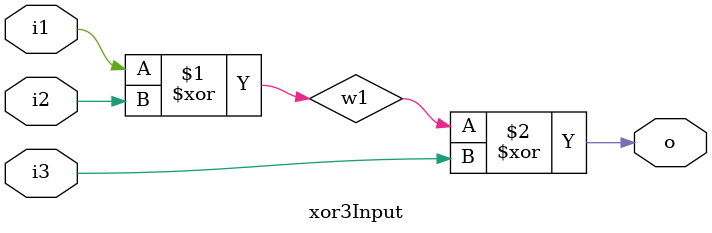
<source format=sv>


module testbench;
  reg i1, i2, i3;
  wire o1, o2;
  initial begin
    $dumpfile("dump.vcd");
    $dumpvars(1, testbench);
    #00 i1 = 0;
    #00 i2 = 0;
    #00 i3 = 0;
    #10 i1 = 1;
    #10 i2 = 1; i1 = 0;
    #10 i1 = 1;
    #10 i3 = 1; i2 = 0; i1 = 0;
    #10 i1 = 1;
    #10 i2 = 1;
    #10 $stop;
  end
  nand3Input U1(o1, i1, i2, i3);
  xor3Input U2(o2, i1, i2, i3);
endmodule

// Design

module nand3Input(output o, input i1, i2, i3);
  wire w1, w2;
  and #2 G1(w1, i1, i2);
  and #2 G2(w2, w1, i3);
  not #1 (o, w2);
endmodule

module xor3Input(output o, input i1, i2, i3);
  wire w1;
  xor #2 (w1, i1, i2);
  xor #2 (o, w1, i3);
endmodule

// Code by arcenter
// https://github.com/arcenter/UniCode/

</source>
